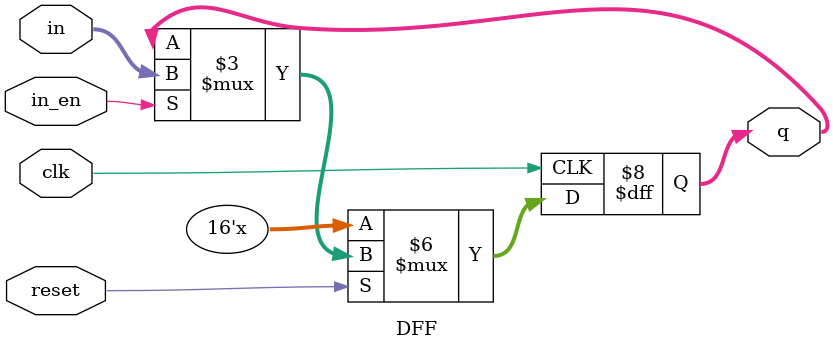
<source format=v>
/*	
System Synthesis and Modeling
16-bit D Flip-Flop
Johnathan Banks
*/

module DFF(in, clk, reset, in_en, q);
	input wire 	[15:0] 	in;
	input 				in_en, reset, clk;
	output 		[15:0]	q;
	reg 		[15:0] 	q;

always @(posedge clk)
	if (!reset)
		q<=16'bz;
	else if (in_en)
		q<=in;
endmodule
</source>
